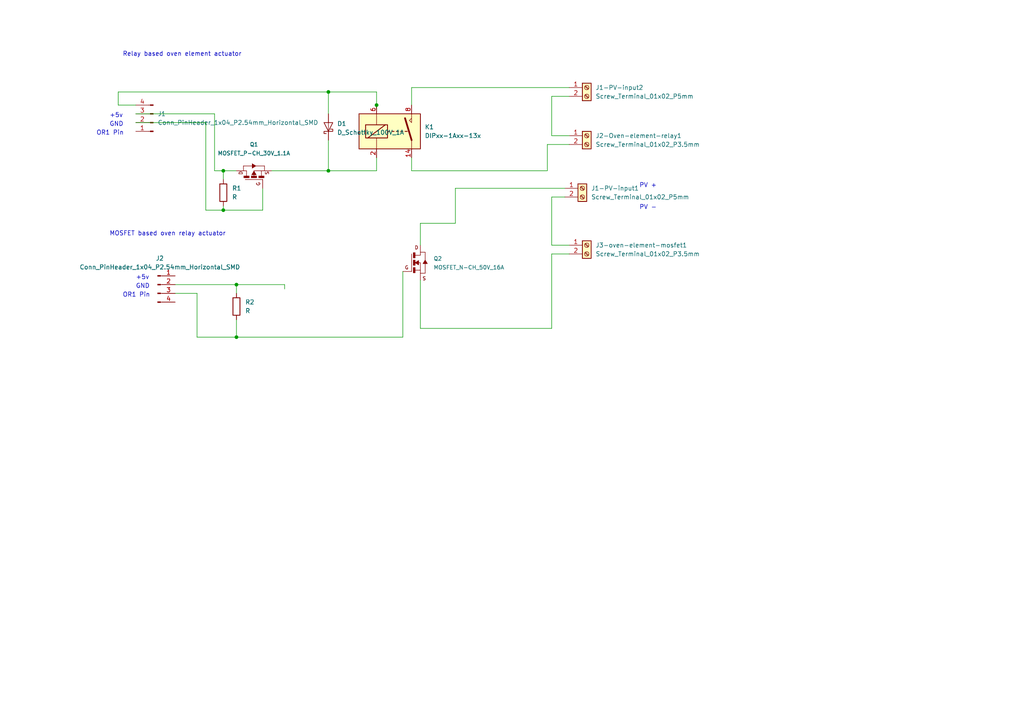
<source format=kicad_sch>
(kicad_sch (version 20211123) (generator eeschema)
  (paper "A4")
  (lib_symbols
    (symbol "Relay:DIPxx-1Axx-13x"
      (property "Reference" "K" (at 8.89 3.81 0))
      (property "Value" "DIPxx-1Axx-13x" (at 8.89 1.27 0))
      (symbol "DIPxx-1Axx-13x_0_0"
        (polyline (pts (xy 5.08 5.08) (xy 5.08 2.54) (xy 4.445 3.175) (xy 5.08 3.81)))
      )
      (symbol "DIPxx-1Axx-13x_0_1"
        (rectangle (start -10.16 5.08) (end 7.62 -5.08) (stroke (width 0.254)) (fill (type background)))
        (rectangle (start -8.255 1.905) (end -1.905 -1.905) (stroke (width 0.254)))
        (polyline (pts (xy -7.62 -1.905) (xy -2.54 1.905)) (stroke (width 0.254)))
        (polyline (pts (xy -5.08 -5.08) (xy -5.08 -1.905)))
        (polyline (pts (xy -5.08 5.08) (xy -5.08 1.905)))
        (polyline (pts (xy -1.905 0) (xy -1.27 0)) (stroke (width 0.254)))
        (polyline (pts (xy -0.635 0) (xy 0 0)) (stroke (width 0.254)))
        (polyline (pts (xy 0.635 0) (xy 1.27 0)) (stroke (width 0.254)))
        (polyline (pts (xy 1.905 0) (xy 2.54 0)) (stroke (width 0.254)))
        (polyline (pts (xy 3.175 0) (xy 3.81 0)) (stroke (width 0.254)))
        (polyline (pts (xy 5.08 -2.54) (xy 3.175 3.81)) (stroke (width 0.508)))
        (polyline (pts (xy 5.08 -2.54) (xy 5.08 -5.08)))
      )
      (symbol "DIPxx-1Axx-13x_1_1"
        (pin passive line (at 5.08 -7.62 90) (length 2.54) (name "~") (number "14"))
        (pin passive line (at -5.08 -7.62 90) (length 2.54) (name "~") (number "2"))
        (pin passive line (at -5.08 7.62 270) (length 2.54) (name "~") (number "6"))
        (pin passive line (at 5.08 7.62 270) (length 2.54) (name "~") (number "8"))
      )
    )
    (symbol "fabmarco:Conn_PinHeader_1x04_P2.54mm_Horizontal_SMD" (pin_names (offset 1.016) hide)
      (property "Reference" "J" (at 0 5.08 0))
      (property "Value" "Conn_PinHeader_1x04_P2.54mm_Horizontal_SMD" (at 0 -7.62 0))
      (symbol "Conn_PinHeader_1x04_P2.54mm_Horizontal_SMD_1_1"
        (polyline (pts (xy 1.27 -5.08) (xy 0.8636 -5.08)) (stroke (width 0.1524)))
        (polyline (pts (xy 1.27 -2.54) (xy 0.8636 -2.54)) (stroke (width 0.1524)))
        (polyline (pts (xy 1.27 0) (xy 0.8636 0)) (stroke (width 0.1524)))
        (polyline (pts (xy 1.27 2.54) (xy 0.8636 2.54)) (stroke (width 0.1524)))
        (rectangle (start 0.8636 -4.953) (end 0 -5.207) (stroke (width 0.1524)) (fill (type outline)))
        (rectangle (start 0.8636 -2.413) (end 0 -2.667) (stroke (width 0.1524)) (fill (type outline)))
        (rectangle (start 0.8636 0.127) (end 0 -0.127) (stroke (width 0.1524)) (fill (type outline)))
        (rectangle (start 0.8636 2.667) (end 0 2.413) (stroke (width 0.1524)) (fill (type outline)))
        (pin passive line (at 5.08 2.54 180) (length 3.81) (name "Pin_1") (number "1"))
        (pin passive line (at 5.08 0 180) (length 3.81) (name "Pin_2") (number "2"))
        (pin passive line (at 5.08 -2.54 180) (length 3.81) (name "Pin_3") (number "3"))
        (pin passive line (at 5.08 -5.08 180) (length 3.81) (name "Pin_4") (number "4"))
      )
    )
    (symbol "fabmarco:D_Schottky_100V_1A" (pin_numbers hide) (pin_names (offset 1.016) hide)
      (property "Reference" "D" (at 0 2.54 0))
      (property "Value" "D_Schottky_100V_1A" (at 0 -2.54 0))
      (symbol "D_Schottky_100V_1A_0_1"
        (polyline (pts (xy 1.27 0) (xy -1.27 0)))
        (polyline (pts (xy 1.27 1.27) (xy 1.27 -1.27) (xy -1.27 0) (xy 1.27 1.27)) (stroke (width 0.2032)))
        (polyline (pts (xy -1.905 0.635) (xy -1.905 1.27) (xy -1.27 1.27) (xy -1.27 -1.27) (xy -0.635 -1.27) (xy -0.635 -0.635)) (stroke (width 0.2032)))
      )
      (symbol "D_Schottky_100V_1A_1_1"
        (pin passive line (at -3.81 0 0) (length 2.54) (name "K") (number "1"))
        (pin passive line (at 3.81 0 180) (length 2.54) (name "A") (number "2"))
      )
    )
    (symbol "fabmarco:MOSFET_N-CH_50V_16A" (pin_numbers hide) (pin_names (offset 1.016) hide)
      (property "Reference" "Q" (at 2.54 2.54 0))
      (property "Value" "MOSFET_N-CH_50V_16A" (at 2.54 0 0))
      (symbol "MOSFET_N-CH_50V_16A_1_0"
        (polyline (pts (xy -2.54 -2.54) (xy -2.54 2.54)))
        (polyline (pts (xy -1.524 -2.159) (xy 0 -2.159)))
        (polyline (pts (xy -1.524 2.159) (xy 0 2.159)))
        (polyline (pts (xy -0.508 0) (xy 0 0)))
        (polyline (pts (xy 0 -2.159) (xy 0 -2.54)))
        (polyline (pts (xy 0 0) (xy 0 -2.159)))
        (polyline (pts (xy 0 2.159) (xy 0 2.54)))
        (polyline (pts (xy 0 3.048) (xy 1.397 3.048)))
        (polyline (pts (xy 1.397 -3.048) (xy 0 -3.048)))
        (polyline (pts (xy 1.397 -0.254) (xy 1.397 -3.048)))
        (polyline (pts (xy 1.397 3.048) (xy 1.397 0.762)))
        (text "D" (at -1.1176 4.3942 0) (effects (font (size 0.9906 0.9906))))
        (text "G" (at -3.9624 -1.397 0) (effects (font (size 0.9906 0.9906))))
        (text "S" (at 1.1176 -4.572 0) (effects (font (size 0.9906 0.9906))))
      )
      (symbol "MOSFET_N-CH_50V_16A_1_1"
        (rectangle (start -2.032 -2.921) (end -1.524 -1.397) (fill (type outline)))
        (rectangle (start -2.032 -0.762) (end -1.524 0.762) (fill (type outline)))
        (rectangle (start -2.032 1.397) (end -1.524 2.921) (fill (type outline)))
        (polyline (pts (xy -1.524 0) (xy -0.508 0.635) (xy -0.508 0.635) (xy -0.508 -0.635) (xy -0.508 -0.635) (xy -1.524 0)) (fill (type outline)))
        (polyline (pts (xy 1.397 0.762) (xy 2.032 -0.254) (xy 2.032 -0.254) (xy 0.762 -0.254) (xy 0.762 -0.254) (xy 1.397 0.762)) (fill (type outline)))
        (pin passive line (at -5.08 -2.54 0) (length 2.54) (name "G") (number "1"))
        (pin passive line (at 0 5.08 270) (length 2.54) (name "D") (number "2"))
        (pin passive line (at 0 -5.08 90) (length 2.54) (name "S") (number "3"))
      )
    )
    (symbol "fabmarco:MOSFET_P-CH_30V_1.1A" (pin_numbers hide) (pin_names (offset 1.016) hide)
      (property "Reference" "Q" (at 2.54 2.54 0))
      (property "Value" "MOSFET_P-CH_30V_1.1A" (at 2.54 0 0))
      (symbol "MOSFET_P-CH_30V_1.1A_0_0"
        (text "D" (at -0.635 3.81 0) (effects (font (size 0.9906 0.9906))))
        (text "G" (at -3.81 -1.27 0) (effects (font (size 0.9906 0.9906))))
        (text "S" (at -0.635 -3.81 0) (effects (font (size 0.9906 0.9906))))
      )
      (symbol "MOSFET_P-CH_30V_1.1A_1_0"
        (polyline (pts (xy -2.54 -2.54) (xy -2.54 2.54)))
        (polyline (pts (xy -1.651 0) (xy 0 0)))
        (polyline (pts (xy -1.524 -2.159) (xy 0 -2.159)))
        (polyline (pts (xy -1.524 2.159) (xy 0 2.159)))
        (polyline (pts (xy 0 -2.159) (xy 0 -2.54)))
        (polyline (pts (xy 0 0) (xy 0 -2.159)))
        (polyline (pts (xy 0 2.159) (xy 0 2.54)))
        (polyline (pts (xy 0 3.048) (xy 1.397 3.048)))
        (polyline (pts (xy 1.397 -3.048) (xy 0 -3.048)))
        (polyline (pts (xy 1.397 -0.508) (xy 1.397 -3.048)))
        (polyline (pts (xy 1.397 3.048) (xy 1.397 0.381)))
      )
      (symbol "MOSFET_P-CH_30V_1.1A_1_1"
        (rectangle (start -2.032 -2.921) (end -1.524 -1.397) (fill (type outline)))
        (rectangle (start -2.032 -0.762) (end -1.524 0.762) (fill (type outline)))
        (rectangle (start -2.032 1.397) (end -1.524 2.921) (fill (type outline)))
        (polyline (pts (xy -0.127 0) (xy -1.143 -0.635) (xy -1.143 -0.635) (xy -1.143 0.635) (xy -1.143 0.635) (xy -0.127 0)) (fill (type outline)))
        (polyline (pts (xy 1.397 -0.508) (xy 0.762 0.508) (xy 0.762 0.508) (xy 2.032 0.508) (xy 2.032 0.508) (xy 1.397 -0.508)) (fill (type outline)))
        (pin passive line (at -5.08 -2.54 0) (length 2.54) (name "G") (number "1"))
        (pin passive line (at 0 -5.08 90) (length 2.54) (name "S") (number "2"))
        (pin passive line (at 0 5.08 270) (length 2.54) (name "D") (number "3"))
      )
    )
    (symbol "fabmarco:R" (pin_numbers hide) (pin_names (offset 0))
      (property "Reference" "R" (at 2.032 0 90))
      (property "Value" "R" (at 0 0 90))
      (symbol "R_0_1"
        (rectangle (start -1.016 -2.54) (end 1.016 2.54) (stroke (width 0.254)))
      )
      (symbol "R_1_1"
        (pin passive line (at 0 3.81 270) (length 1.27) (name "~") (number "1"))
        (pin passive line (at 0 -3.81 90) (length 1.27) (name "~") (number "2"))
      )
    )
    (symbol "fabmarco:Screw_Terminal_01x02_P3.5mm" (pin_names (offset 1.016) hide)
      (property "Reference" "J" (at 0 2.54 0))
      (property "Value" "Screw_Terminal_01x02_P3.5mm" (at 0 -5.08 0))
      (symbol "Screw_Terminal_01x02_P3.5mm_1_1"
        (rectangle (start -1.27 1.27) (end 1.27 -3.81) (stroke (width 0.254)) (fill (type background)))
        (circle (center 0 -2.54) (radius 0.635) (stroke (width 0.1524)))
        (polyline (pts (xy -0.5334 -2.2098) (xy 0.3302 -3.048)) (stroke (width 0.1524)))
        (polyline (pts (xy -0.5334 0.3302) (xy 0.3302 -0.508)) (stroke (width 0.1524)))
        (polyline (pts (xy -0.3556 -2.032) (xy 0.508 -2.8702)) (stroke (width 0.1524)))
        (polyline (pts (xy -0.3556 0.508) (xy 0.508 -0.3302)) (stroke (width 0.1524)))
        (circle (center 0 0) (radius 0.635) (stroke (width 0.1524)))
        (pin passive line (at -5.08 0 0) (length 3.81) (name "Pin_1") (number "1"))
        (pin passive line (at -5.08 -2.54 0) (length 3.81) (name "Pin_2") (number "2"))
      )
    )
    (symbol "fabmarco:Screw_Terminal_01x02_P5mm" (pin_names (offset 1.016) hide)
      (property "Reference" "J" (at 0 2.54 0))
      (property "Value" "Screw_Terminal_01x02_P5mm" (at 0 -5.08 0))
      (symbol "Screw_Terminal_01x02_P5mm_1_1"
        (rectangle (start -1.27 1.27) (end 1.27 -3.81) (stroke (width 0.254)) (fill (type background)))
        (circle (center 0 -2.54) (radius 0.635) (stroke (width 0.1524)))
        (polyline (pts (xy -0.5334 -2.2098) (xy 0.3302 -3.048)) (stroke (width 0.1524)))
        (polyline (pts (xy -0.5334 0.3302) (xy 0.3302 -0.508)) (stroke (width 0.1524)))
        (polyline (pts (xy -0.3556 -2.032) (xy 0.508 -2.8702)) (stroke (width 0.1524)))
        (polyline (pts (xy -0.3556 0.508) (xy 0.508 -0.3302)) (stroke (width 0.1524)))
        (circle (center 0 0) (radius 0.635) (stroke (width 0.1524)))
        (pin passive line (at -5.08 0 0) (length 3.81) (name "Pin_1") (number "1"))
        (pin passive line (at -5.08 -2.54 0) (length 3.81) (name "Pin_2") (number "2"))
      )
    )
  )
  (junction (at 68.58 97.79))
  (junction (at 64.77 60.96))
  (junction (at 95.25 26.67))
  (junction (at 109.22 30.48))
  (junction (at 68.58 82.55))
  (junction (at 64.77 49.53))
  (junction (at 95.25 49.53))
  (wire (pts (xy 62.23 33.02) (xy 62.23 49.53)))
  (wire (pts (xy 64.77 59.69) (xy 64.77 60.96)))
  (wire (pts (xy 158.75 49.53) (xy 158.75 41.91)))
  (wire (pts (xy 68.58 97.79) (xy 116.84 97.79)))
  (wire (pts (xy 50.8 82.55) (xy 68.58 82.55)))
  (wire (pts (xy 121.92 95.25) (xy 160.02 95.25)))
  (wire (pts (xy 64.77 60.96) (xy 59.69 60.96)))
  (wire (pts (xy 34.29 26.67) (xy 95.25 26.67)))
  (wire (pts (xy 160.02 39.37) (xy 160.02 27.94)))
  (wire (pts (xy 57.15 97.79) (xy 68.58 97.79)))
  (wire (pts (xy 158.75 41.91) (xy 165.1 41.91)))
  (wire (pts (xy 116.84 78.74) (xy 116.84 97.79)))
  (wire (pts (xy 109.22 30.48) (xy 109.22 31.75)))
  (wire (pts (xy 64.77 49.53) (xy 62.23 49.53)))
  (wire (pts (xy 68.58 49.53) (xy 64.77 49.53)))
  (wire (pts (xy 160.02 71.12) (xy 165.1 71.12)))
  (wire (pts (xy 64.77 60.96) (xy 76.2 60.96)))
  (wire (pts (xy 109.22 26.67) (xy 109.22 30.48)))
  (wire (pts (xy 59.69 35.56) (xy 59.69 60.96)))
  (wire (pts (xy 132.08 64.77) (xy 121.92 64.77)))
  (wire (pts (xy 109.22 26.67) (xy 95.25 26.67)))
  (wire (pts (xy 95.25 40.64) (xy 95.25 49.53)))
  (wire (pts (xy 119.38 25.4) (xy 119.38 30.48)))
  (wire (pts (xy 160.02 57.15) (xy 160.02 71.12)))
  (wire (pts (xy 39.37 35.56) (xy 59.69 35.56)))
  (wire (pts (xy 68.58 92.71) (xy 68.58 97.79)))
  (wire (pts (xy 68.58 82.55) (xy 68.58 85.09)))
  (wire (pts (xy 121.92 64.77) (xy 121.92 71.12)))
  (wire (pts (xy 39.37 33.02) (xy 62.23 33.02)))
  (wire (pts (xy 163.83 57.15) (xy 160.02 57.15)))
  (wire (pts (xy 64.77 49.53) (xy 64.77 52.07)))
  (wire (pts (xy 82.55 82.55) (xy 82.55 83.82)))
  (wire (pts (xy 34.29 30.48) (xy 39.37 30.48)))
  (wire (pts (xy 34.29 26.67) (xy 34.29 30.48)))
  (wire (pts (xy 132.08 64.77) (xy 132.08 54.61)))
  (wire (pts (xy 119.38 45.72) (xy 119.38 49.53)))
  (wire (pts (xy 76.2 54.61) (xy 76.2 60.96)))
  (wire (pts (xy 165.1 25.4) (xy 119.38 25.4)))
  (wire (pts (xy 121.92 81.28) (xy 121.92 95.25)))
  (wire (pts (xy 160.02 73.66) (xy 165.1 73.66)))
  (wire (pts (xy 95.25 49.53) (xy 109.22 49.53)))
  (wire (pts (xy 109.22 49.53) (xy 109.22 45.72)))
  (wire (pts (xy 165.1 39.37) (xy 160.02 39.37)))
  (wire (pts (xy 78.74 49.53) (xy 95.25 49.53)))
  (wire (pts (xy 50.8 85.09) (xy 57.15 85.09)))
  (wire (pts (xy 160.02 27.94) (xy 165.1 27.94)))
  (wire (pts (xy 95.25 26.67) (xy 95.25 33.02)))
  (wire (pts (xy 160.02 95.25) (xy 160.02 73.66)))
  (wire (pts (xy 119.38 49.53) (xy 158.75 49.53)))
  (wire (pts (xy 68.58 82.55) (xy 82.55 82.55)))
  (wire (pts (xy 132.08 54.61) (xy 163.83 54.61)))
  (wire (pts (xy 57.15 85.09) (xy 57.15 97.79)))
  (text "PV -\n" (at 185.42 60.96 0) (effects (font (size 1.27 1.27)) (justify left bottom)))
  (text "GND\n" (at 31.75 36.83 0) (effects (font (size 1.27 1.27)) (justify left bottom)))
  (text "GND\n" (at 39.37 83.82 0) (effects (font (size 1.27 1.27)) (justify left bottom)))
  (text "OR1 Pin " (at 35.56 86.36 0) (effects (font (size 1.27 1.27)) (justify left bottom)))
  (text "OR1 Pin " (at 27.94 39.37 0) (effects (font (size 1.27 1.27)) (justify left bottom)))
  (text "+5v\n" (at 31.75 34.29 0) (effects (font (size 1.27 1.27)) (justify left bottom)))
  (text "Relay based oven element actuator" (at 35.56 16.51 0) (effects (font (size 1.27 1.27)) (justify left bottom)))
  (text "+5v\n" (at 39.37 81.28 0) (effects (font (size 1.27 1.27)) (justify left bottom)))
  (text "MOSFET based oven relay actuator" (at 31.75 68.58 0) (effects (font (size 1.27 1.27)) (justify left bottom)))
  (text "PV +\n" (at 185.42 54.61 0) (effects (font (size 1.27 1.27)) (justify left bottom)))
  (symbol (lib_id "fabmarco:Screw_Terminal_01x02_P3.5mm") (at 170.18 71.12 0) (unit 1)
    (property "Reference" "J3-oven-element-mosfet1" (at 172.72 71.1199 0) (effects (justify left)))
    (property "Value" "Screw_Terminal_01x02_P3.5mm" (at 172.72 73.6599 0) (effects (justify left)))
    (property "Footprint" "fab:TerminalBlock_OnShore_1x02_P3.50mm_Horizontal" (effects hide))
  )
  (symbol (lib_id "fabmarco:Screw_Terminal_01x02_P3.5mm") (at 170.18 39.37 0) (unit 1)
    (property "Reference" "J2-Oven-element-relay1" (at 172.72 39.3699 0) (effects (justify left)))
    (property "Value" "Screw_Terminal_01x02_P3.5mm" (at 172.72 41.9099 0) (effects (justify left)))
    (property "Footprint" "fab:TerminalBlock_OnShore_1x02_P3.50mm_Horizontal" (effects hide))
  )
  (symbol (lib_id "fabmarco:MOSFET_N-CH_50V_16A") (at 121.92 76.2 0) (unit 1)
    (property "Reference" "Q2" (at 125.73 75.0189 0) (effects (font (size 1.143 1.143)) (justify left)))
    (property "Value" "MOSFET_N-CH_50V_16A" (at 125.73 77.5589 0) (effects (font (size 1.143 1.143)) (justify left)))
    (property "Footprint" "fab:TO-252" (effects hide))
  )
  (symbol (lib_id "fabmarco:Conn_PinHeader_1x04_P2.54mm_Horizontal_SMD") (at 44.45 35.56 180) (unit 1)
    (property "Reference" "J1" (at 45.72 33.0199 0) (effects (justify right)))
    (property "Value" "Conn_PinHeader_1x04_P2.54mm_Horizontal_SMD" (at 45.72 35.5599 0) (effects (justify right)))
    (property "Footprint" "fab:PinHeader_1x04_P2.54mm_Horizontal_SMD" (effects hide))
  )
  (symbol (lib_id "fabmarco:Conn_PinHeader_1x04_P2.54mm_Horizontal_SMD") (at 45.72 82.55 0) (unit 1)
    (property "Reference" "J2" (at 46.355 74.93 0))
    (property "Value" "Conn_PinHeader_1x04_P2.54mm_Horizontal_SMD" (at 46.355 77.47 0))
    (property "Footprint" "fab:PinHeader_1x04_P2.54mm_Horizontal_SMD" (effects hide))
  )
  (symbol (lib_id "fabmarco:Screw_Terminal_01x02_P5mm") (at 170.18 25.4 0) (unit 1)
    (property "Reference" "J1-PV-input2" (at 172.72 25.3999 0) (effects (justify left)))
    (property "Value" "Screw_Terminal_01x02_P5mm" (at 172.72 27.9399 0) (effects (justify left)))
    (property "Footprint" "fab:TerminalBlock_OnShore_1x02_P5.00mm_Horizontal" (effects hide))
  )
  (symbol (lib_id "fabmarco:R") (at 68.58 88.9 0) (unit 1)
    (property "Reference" "R2" (at 71.12 87.6299 0) (effects (justify left)))
    (property "Value" "R" (at 71.12 90.1699 0) (effects (justify left)))
    (property "Footprint" "fab:R_1206" (effects hide))
  )
  (symbol (lib_id "fabmarco:R") (at 64.77 55.88 0) (unit 1)
    (property "Reference" "R1" (at 67.31 54.6099 0) (effects (justify left)))
    (property "Value" "R" (at 67.31 57.1499 0) (effects (justify left)))
    (property "Footprint" "fab:R_1206" (effects hide))
  )
  (symbol (lib_id "fabmarco:Screw_Terminal_01x02_P5mm") (at 168.91 54.61 0) (unit 1)
    (property "Reference" "J1-PV-input1" (at 171.45 54.6099 0) (effects (justify left)))
    (property "Value" "Screw_Terminal_01x02_P5mm" (at 171.45 57.1499 0) (effects (justify left)))
    (property "Footprint" "fab:TerminalBlock_OnShore_1x02_P5.00mm_Horizontal" (effects hide))
  )
  (symbol (lib_id "fabmarco:MOSFET_P-CH_30V_1.1A") (at 73.66 49.53 90) (unit 1)
    (property "Reference" "Q1" (at 73.66 41.91 90) (effects (font (size 1.143 1.143))))
    (property "Value" "MOSFET_P-CH_30V_1.1A" (at 73.66 44.45 90) (effects (font (size 1.143 1.143))))
    (property "Footprint" "fab:SOT-23" (effects hide))
  )
  (symbol (lib_id "fabmarco:D_Schottky_100V_1A") (at 95.25 36.83 90) (unit 1)
    (property "Reference" "D1" (at 97.79 35.8774 90) (effects (justify right)))
    (property "Value" "D_Schottky_100V_1A" (at 97.79 38.4174 90) (effects (justify right)))
    (property "Footprint" "fab:Diode_Schotky_100V_1A_Mini_SMA" (effects hide))
  )
  (symbol (lib_id "Relay:DIPxx-1Axx-13x") (at 114.3 38.1 0) (unit 1)
    (property "Reference" "K1" (at 123.19 36.8299 0) (effects (justify left)))
    (property "Value" "DIPxx-1Axx-13x" (at 123.19 39.3699 0) (effects (justify left)))
    (property "Footprint" "Relay_THT:Relay_StandexMeder_DIP_LowProfile" (effects hide))
    (property "Datasheet" "https://standexelectronics.com/wp-content/uploads/datasheet_reed_relay_DIP.pdf" (effects hide))
  )
)
</source>
